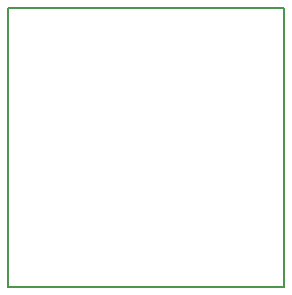
<source format=gbr>
%TF.GenerationSoftware,KiCad,Pcbnew,7.99.0-957-g18dd623122*%
%TF.CreationDate,2023-07-10T16:21:33-04:00*%
%TF.ProjectId,rp2040_base,72703230-3430-45f6-9261-73652e6b6963,rev?*%
%TF.SameCoordinates,Original*%
%TF.FileFunction,Profile,NP*%
%FSLAX46Y46*%
G04 Gerber Fmt 4.6, Leading zero omitted, Abs format (unit mm)*
G04 Created by KiCad (PCBNEW 7.99.0-957-g18dd623122) date 2023-07-10 16:21:33*
%MOMM*%
%LPD*%
G01*
G04 APERTURE LIST*
%TA.AperFunction,Profile*%
%ADD10C,0.200000*%
%TD*%
G04 APERTURE END LIST*
D10*
X125984000Y-79248000D02*
X149352000Y-79248000D01*
X149352000Y-102870000D01*
X125984000Y-102870000D01*
X125984000Y-79248000D01*
M02*

</source>
